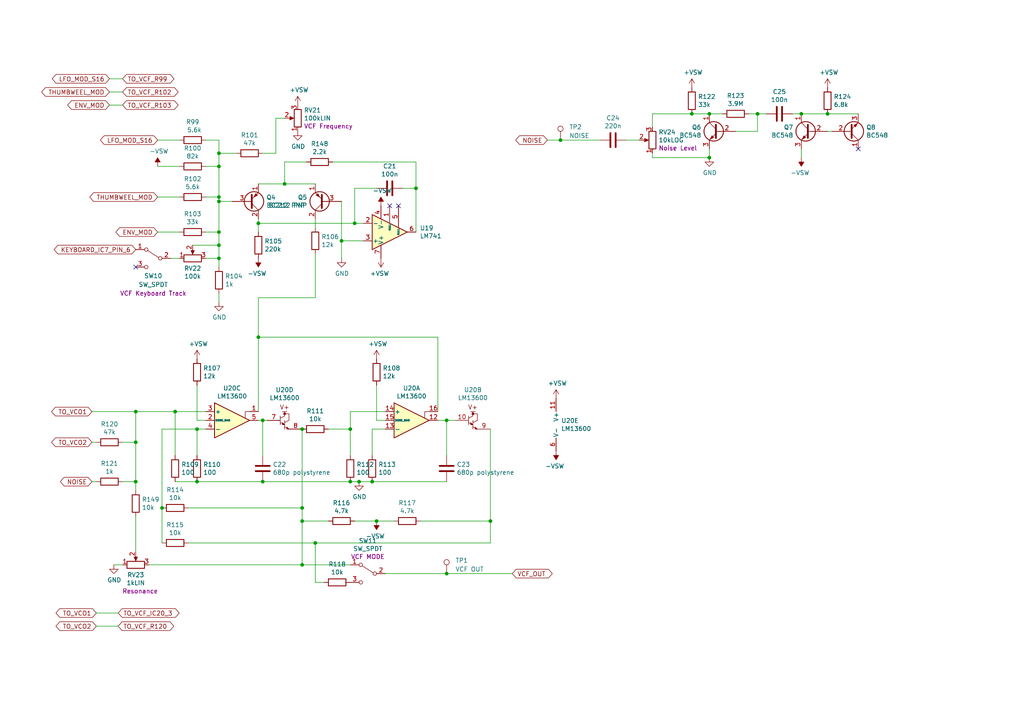
<source format=kicad_sch>
(kicad_sch (version 20230121) (generator eeschema)
  (paper "A4")
  (lib_symbols
    (symbol "Amplifier_Operational:LM13600" (pin_names (offset 0.127))
      (property "Reference" "U" (at 3.81 5.08 0))
      (property "Value" "LM13600" (at 5.08 -5.08 0))
      (symbol "LM13600_1_1"
        (polyline (pts (xy 3.81 -0.635) (xy 3.81 -2.54) (xy 5.08 -2.54)))
        (polyline (pts (xy 5.08 0) (xy -5.08 -5.08) (xy -5.08 5.08) (xy 5.08 0)) (stroke (width 0.254)) (fill (type background)))
        (pin output line (at 7.62 0 180) (length 2.54) (name "~") (number "12"))
        (pin input line (at -7.62 2.54 0) (length 2.54) (name "-") (number "13"))
        (pin input line (at -7.62 -2.54 0) (length 2.54) (name "+") (number "14"))
        (pin input line (at -7.62 0 0) (length 2.54) (name "DIODE_BIAS") (number "15"))
        (pin input line (at 7.62 -2.54 180) (length 2.54) (name "~") (number "16"))
      )
      (symbol "LM13600_2_0"
        (polyline (pts (xy -1.905 2.54) (xy -3.175 2.54)))
      )
      (symbol "LM13600_2_1"
        (circle (center -2.54 1.905) (radius 0.254) (stroke (width 0.254)) (fill (type outline)))
        (polyline (pts (xy -3.81 -0.635) (xy -2.54 -1.27)))
        (polyline (pts (xy -3.81 1.27) (xy -3.81 -1.27)))
        (polyline (pts (xy -2.54 -1.905) (xy -1.27 -2.54)))
        (polyline (pts (xy -2.54 0) (xy -2.54 -2.54)))
        (polyline (pts (xy -3.81 0.635) (xy -2.54 1.27) (xy -2.54 1.905) (xy -2.54 2.54)))
        (polyline (pts (xy -2.54 -1.27) (xy -3.175 -0.635) (xy -3.175 -1.27) (xy -2.54 -1.27)) (fill (type outline)))
        (polyline (pts (xy -2.54 -0.635) (xy -1.27 0) (xy -1.27 1.905) (xy -2.54 1.905)))
        (polyline (pts (xy -1.27 -2.54) (xy -1.905 -1.905) (xy -1.905 -2.54) (xy -1.27 -2.54)) (fill (type outline)))
        (text "V+" (at -2.54 3.81 0) (effects (font (size 1.27 1.27))))
        (pin input line (at -7.62 0 0) (length 3.81) (name "~") (number "10"))
        (pin output line (at 2.54 -2.54 180) (length 3.81) (name "~") (number "9"))
      )
      (symbol "LM13600_3_1"
        (polyline (pts (xy 3.81 -0.635) (xy 3.81 -2.54) (xy 5.08 -2.54)))
        (polyline (pts (xy 5.08 0) (xy -5.08 -5.08) (xy -5.08 5.08) (xy 5.08 0)) (stroke (width 0.254)) (fill (type background)))
        (pin input line (at 7.62 -2.54 180) (length 2.54) (name "~") (number "1"))
        (pin input line (at -7.62 0 0) (length 2.54) (name "DIODE_BIAS") (number "2"))
        (pin input line (at -7.62 -2.54 0) (length 2.54) (name "+") (number "3"))
        (pin input line (at -7.62 2.54 0) (length 2.54) (name "-") (number "4"))
        (pin output line (at 7.62 0 180) (length 2.54) (name "~") (number "5"))
      )
      (symbol "LM13600_4_0"
        (polyline (pts (xy -3.175 2.54) (xy -1.905 2.54)))
        (text "V+" (at -2.54 3.81 0) (effects (font (size 1.27 1.27))))
      )
      (symbol "LM13600_4_1"
        (circle (center -2.54 1.905) (radius 0.254) (stroke (width 0.254)) (fill (type outline)))
        (polyline (pts (xy -3.81 -0.635) (xy -2.54 -1.27)))
        (polyline (pts (xy -3.81 1.27) (xy -3.81 -1.27)))
        (polyline (pts (xy -2.54 -1.905) (xy -1.27 -2.54)))
        (polyline (pts (xy -2.54 0) (xy -2.54 -2.54)))
        (polyline (pts (xy -3.81 0.635) (xy -2.54 1.27) (xy -2.54 2.54)))
        (polyline (pts (xy -2.54 -1.27) (xy -3.175 -0.635) (xy -3.175 -1.27) (xy -2.54 -1.27)) (fill (type outline)))
        (polyline (pts (xy -2.54 -0.635) (xy -1.27 0) (xy -1.27 1.905) (xy -2.54 1.905)))
        (polyline (pts (xy -1.27 -2.54) (xy -1.905 -1.905) (xy -1.905 -2.54) (xy -1.27 -2.54)) (fill (type outline)))
        (pin input line (at -7.62 0 0) (length 3.81) (name "~") (number "7"))
        (pin output line (at 2.54 -2.54 180) (length 3.81) (name "~") (number "8"))
      )
      (symbol "LM13600_5_1"
        (pin power_in line (at -2.54 7.62 270) (length 3.81) (name "V+") (number "11"))
        (pin power_in line (at -2.54 -7.62 90) (length 3.81) (name "V-") (number "6"))
      )
    )
    (symbol "Amplifier_Operational:LM741" (pin_names (offset 0.127))
      (property "Reference" "U" (at 0 6.35 0))
      (property "Value" "LM741" (at 0 3.81 0))
      (symbol "LM741_0_1"
        (polyline (pts (xy -5.08 5.08) (xy 5.08 0) (xy -5.08 -5.08) (xy -5.08 5.08)) (stroke (width 0.254)) (fill (type background)))
      )
      (symbol "LM741_1_1"
        (pin input line (at 0 -7.62 90) (length 5.08) (name "NULL") (number "1"))
        (pin input line (at -7.62 -2.54 0) (length 2.54) (name "-") (number "2"))
        (pin input line (at -7.62 2.54 0) (length 2.54) (name "+") (number "3"))
        (pin power_in line (at -2.54 -7.62 90) (length 3.81) (name "V-") (number "4"))
        (pin input line (at 2.54 -7.62 90) (length 6.35) (name "NULL") (number "5"))
        (pin output line (at 7.62 0 180) (length 2.54) (name "~") (number "6"))
        (pin power_in line (at -2.54 7.62 270) (length 3.81) (name "V+") (number "7"))
        (pin no_connect line (at 0 2.54 270) (length 2.54) hide (name "NC") (number "8"))
      )
    )
    (symbol "Connector:TestPoint" (pin_numbers hide) (pin_names (offset 0.762) hide)
      (property "Reference" "TP" (at 0 6.858 0))
      (property "Value" "TestPoint" (at 0 5.08 0))
      (symbol "TestPoint_0_1"
        (circle (center 0 3.302) (radius 0.762))
      )
      (symbol "TestPoint_1_1"
        (pin passive line (at 0 0 90) (length 2.54) (name "1") (number "1"))
      )
    )
    (symbol "Device:C" (pin_numbers hide) (pin_names (offset 0.254))
      (property "Reference" "C" (at 0.635 2.54 0))
      (property "Value" "C" (at 0.635 -2.54 0))
      (symbol "C_0_1"
        (polyline (pts (xy -2.032 -0.762) (xy 2.032 -0.762)) (stroke (width 0.508)))
        (polyline (pts (xy -2.032 0.762) (xy 2.032 0.762)) (stroke (width 0.508)))
      )
      (symbol "C_1_1"
        (pin passive line (at 0 3.81 270) (length 2.794) (name "~") (number "1"))
        (pin passive line (at 0 -3.81 90) (length 2.794) (name "~") (number "2"))
      )
    )
    (symbol "Device:Q_PNP_ECB" (pin_names (offset 0) hide)
      (property "Reference" "Q" (at 5.08 1.27 0))
      (property "Value" "Q_PNP_ECB" (at 5.08 -1.27 0))
      (symbol "Q_PNP_ECB_0_1"
        (polyline (pts (xy 0.635 0.635) (xy 2.54 2.54)))
        (polyline (pts (xy 0.635 -0.635) (xy 2.54 -2.54) (xy 2.54 -2.54)))
        (polyline (pts (xy 0.635 1.905) (xy 0.635 -1.905) (xy 0.635 -1.905)) (stroke (width 0.508)))
        (polyline (pts (xy 2.286 -1.778) (xy 1.778 -2.286) (xy 1.27 -1.27) (xy 2.286 -1.778) (xy 2.286 -1.778)) (fill (type outline)))
        (circle (center 1.27 0) (radius 2.8194) (stroke (width 0.254)))
      )
      (symbol "Q_PNP_ECB_1_1"
        (pin passive line (at 2.54 -5.08 90) (length 2.54) (name "E") (number "1"))
        (pin passive line (at 2.54 5.08 270) (length 2.54) (name "C") (number "2"))
        (pin input line (at -5.08 0 0) (length 5.715) (name "B") (number "3"))
      )
    )
    (symbol "Device:R" (pin_numbers hide) (pin_names (offset 0))
      (property "Reference" "R" (at 2.032 0 90))
      (property "Value" "R" (at 0 0 90))
      (symbol "R_0_1"
        (rectangle (start -1.016 -2.54) (end 1.016 2.54) (stroke (width 0.254)))
      )
      (symbol "R_1_1"
        (pin passive line (at 0 3.81 270) (length 1.27) (name "~") (number "1"))
        (pin passive line (at 0 -3.81 90) (length 1.27) (name "~") (number "2"))
      )
    )
    (symbol "Device:R_Potentiometer" (pin_names (offset 1.016) hide)
      (property "Reference" "RV" (at -4.445 0 90))
      (property "Value" "R_Potentiometer" (at -2.54 0 90))
      (symbol "R_Potentiometer_0_1"
        (polyline (pts (xy 2.54 0) (xy 1.524 0)))
        (polyline (pts (xy 1.143 0) (xy 2.286 0.508) (xy 2.286 -0.508) (xy 1.143 0)) (fill (type outline)))
        (rectangle (start 1.016 2.54) (end -1.016 -2.54) (stroke (width 0.254)))
      )
      (symbol "R_Potentiometer_1_1"
        (pin passive line (at 0 3.81 270) (length 1.27) (name "1") (number "1"))
        (pin passive line (at 3.81 0 180) (length 1.27) (name "2") (number "2"))
        (pin passive line (at 0 -3.81 90) (length 1.27) (name "3") (number "3"))
      )
    )
    (symbol "Switch:SW_SPDT" (pin_names (offset 0) hide)
      (property "Reference" "SW" (at 0 4.318 0))
      (property "Value" "SW_SPDT" (at 0 -5.08 0))
      (symbol "SW_SPDT_0_0"
        (circle (center -2.032 0) (radius 0.508))
        (circle (center 2.032 -2.54) (radius 0.508))
      )
      (symbol "SW_SPDT_0_1"
        (polyline (pts (xy -1.524 0.254) (xy 1.651 2.286)))
        (circle (center 2.032 2.54) (radius 0.508))
      )
      (symbol "SW_SPDT_1_1"
        (pin passive line (at 5.08 2.54 180) (length 2.54) (name "A") (number "1"))
        (pin passive line (at -5.08 0 0) (length 2.54) (name "B") (number "2"))
        (pin passive line (at 5.08 -2.54 180) (length 2.54) (name "C") (number "3"))
      )
    )
    (symbol "Transistor_BJT:BC548" (pin_names (offset 0) hide)
      (property "Reference" "Q" (at 5.08 1.905 0))
      (property "Value" "BC548" (at 5.08 0 0))
      (symbol "BC548_0_1"
        (polyline (pts (xy 0 0) (xy 0.635 0)))
        (polyline (pts (xy 0.635 0.635) (xy 2.54 2.54)))
        (polyline (pts (xy 0.635 -0.635) (xy 2.54 -2.54) (xy 2.54 -2.54)))
        (polyline (pts (xy 0.635 1.905) (xy 0.635 -1.905) (xy 0.635 -1.905)) (stroke (width 0.508)))
        (polyline (pts (xy 1.27 -1.778) (xy 1.778 -1.27) (xy 2.286 -2.286) (xy 1.27 -1.778) (xy 1.27 -1.778)) (fill (type outline)))
        (circle (center 1.27 0) (radius 2.8194) (stroke (width 0.254)))
      )
      (symbol "BC548_1_1"
        (pin passive line (at 2.54 5.08 270) (length 2.54) (name "C") (number "1"))
        (pin input line (at -5.08 0 0) (length 5.08) (name "B") (number "2"))
        (pin passive line (at 2.54 -5.08 90) (length 2.54) (name "E") (number "3"))
      )
    )
    (symbol "power:+VSW" (power) (pin_names (offset 0))
      (property "Value" "+VSW" (at 0 3.556 0))
      (symbol "+VSW_0_1"
        (polyline (pts (xy -0.762 1.27) (xy 0 2.54)))
        (polyline (pts (xy 0 0) (xy 0 2.54)))
        (polyline (pts (xy 0 2.54) (xy 0.762 1.27)))
      )
      (symbol "+VSW_1_1"
        (pin power_in line (at 0 0 90) (length 0) hide (name "+VSW") (number "1"))
      )
    )
    (symbol "power:-VSW" (power) (pin_names (offset 0))
      (property "Value" "-VSW" (at 0 3.81 0))
      (symbol "-VSW_0_0"
        (pin power_in line (at 0 0 90) (length 0) hide (name "-VSW") (number "1"))
      )
      (symbol "-VSW_0_1"
        (polyline (pts (xy 0 0) (xy 0 1.27) (xy 0.762 1.27) (xy 0 2.54) (xy -0.762 1.27) (xy 0 1.27)) (fill (type outline)))
      )
    )
    (symbol "power:GND" (power) (pin_names (offset 0))
      (property "Value" "GND" (at 0 -3.81 0))
      (symbol "GND_0_1"
        (polyline (pts (xy 0 0) (xy 0 -1.27) (xy 1.27 -1.27) (xy 0 -2.54) (xy -1.27 -1.27) (xy 0 -1.27)))
      )
      (symbol "GND_1_1"
        (pin power_in line (at 0 0 270) (length 0) hide (name "GND") (number "1"))
      )
    )
  )
  (junction (at 63.5 74.93))
  (junction (at 74.93 64.77))
  (junction (at 63.5 58.42))
  (junction (at 87.63 147.32))
  (junction (at 102.87 64.77))
  (junction (at 39.37 128.27))
  (junction (at 142.24 151.13))
  (junction (at 76.2 139.7))
  (junction (at 205.74 33.02))
  (junction (at 39.37 139.7))
  (junction (at 232.41 33.02))
  (junction (at 57.15 124.46))
  (junction (at 63.5 57.15))
  (junction (at 87.63 151.13))
  (junction (at 63.5 44.45))
  (junction (at 39.37 119.38))
  (junction (at 76.2 121.92))
  (junction (at 109.22 151.13))
  (junction (at 162.56 40.64))
  (junction (at 107.95 139.7))
  (junction (at 101.6 139.7))
  (junction (at 50.8 119.38))
  (junction (at 99.06 69.85))
  (junction (at 87.63 124.46))
  (junction (at 205.74 45.72))
  (junction (at 74.93 97.79))
  (junction (at 63.5 71.12))
  (junction (at 101.6 124.46))
  (junction (at 63.5 67.31))
  (junction (at 87.63 163.83))
  (junction (at 57.15 139.7))
  (junction (at 240.03 33.02))
  (junction (at 200.66 33.02))
  (junction (at 219.71 33.02))
  (junction (at 82.55 53.34))
  (junction (at 46.99 147.32))
  (junction (at 129.54 121.92))
  (junction (at 63.5 48.26))
  (junction (at 120.65 54.61))
  (junction (at 129.54 166.37))
  (junction (at 91.44 157.48))
  (junction (at 104.14 139.7))
  (no_connect (at 113.03 59.69))
  (no_connect (at 39.37 77.47))
  (no_connect (at 248.92 43.18))
  (no_connect (at 115.57 59.69))
  (wire (pts (xy 209.55 33.02) (xy 205.74 33.02)))
  (wire (pts (xy 77.47 121.92) (xy 76.2 121.92)))
  (wire (pts (xy 129.54 166.37) (xy 111.76 166.37)))
  (wire (pts (xy 189.23 33.02) (xy 200.66 33.02)))
  (wire (pts (xy 219.71 38.1) (xy 219.71 33.02)))
  (wire (pts (xy 91.44 157.48) (xy 142.24 157.48)))
  (wire (pts (xy 232.41 45.72) (xy 232.41 43.18)))
  (wire (pts (xy 46.99 147.32) (xy 46.99 157.48)))
  (wire (pts (xy 54.61 157.48) (xy 91.44 157.48)))
  (wire (pts (xy 57.15 139.7) (xy 76.2 139.7)))
  (wire (pts (xy 101.6 163.83) (xy 87.63 163.83)))
  (wire (pts (xy 109.22 151.13) (xy 102.87 151.13)))
  (wire (pts (xy 80.01 34.29) (xy 80.01 44.45)))
  (wire (pts (xy 114.3 151.13) (xy 109.22 151.13)))
  (wire (pts (xy 87.63 163.83) (xy 87.63 151.13)))
  (wire (pts (xy 222.25 33.02) (xy 219.71 33.02)))
  (wire (pts (xy 189.23 36.83) (xy 189.23 33.02)))
  (wire (pts (xy 63.5 44.45) (xy 63.5 48.26)))
  (wire (pts (xy 59.69 48.26) (xy 63.5 48.26)))
  (wire (pts (xy 111.76 119.38) (xy 101.6 119.38)))
  (wire (pts (xy 63.5 57.15) (xy 63.5 58.42)))
  (wire (pts (xy 35.56 163.83) (xy 33.02 163.83)))
  (wire (pts (xy 46.99 124.46) (xy 57.15 124.46)))
  (wire (pts (xy 74.93 67.31) (xy 74.93 64.77)))
  (wire (pts (xy 148.59 166.37) (xy 129.54 166.37)))
  (wire (pts (xy 74.93 86.36) (xy 91.44 86.36)))
  (wire (pts (xy 232.41 33.02) (xy 229.87 33.02)))
  (wire (pts (xy 80.01 44.45) (xy 76.2 44.45)))
  (wire (pts (xy 82.55 53.34) (xy 82.55 46.99)))
  (wire (pts (xy 91.44 86.36) (xy 91.44 73.66)))
  (wire (pts (xy 120.65 54.61) (xy 120.65 46.99)))
  (wire (pts (xy 39.37 160.02) (xy 39.37 149.86)))
  (wire (pts (xy 205.74 43.18) (xy 205.74 45.72)))
  (wire (pts (xy 127 119.38) (xy 127 97.79)))
  (wire (pts (xy 52.07 57.15) (xy 45.72 57.15)))
  (wire (pts (xy 121.92 151.13) (xy 142.24 151.13)))
  (wire (pts (xy 120.65 46.99) (xy 96.52 46.99)))
  (wire (pts (xy 50.8 132.08) (xy 50.8 119.38)))
  (wire (pts (xy 129.54 139.7) (xy 107.95 139.7)))
  (wire (pts (xy 63.5 71.12) (xy 63.5 74.93)))
  (wire (pts (xy 107.95 132.08) (xy 107.95 124.46)))
  (wire (pts (xy 104.14 139.7) (xy 107.95 139.7)))
  (wire (pts (xy 101.6 139.7) (xy 104.14 139.7)))
  (wire (pts (xy 76.2 121.92) (xy 74.93 121.92)))
  (wire (pts (xy 35.56 30.48) (xy 31.75 30.48)))
  (wire (pts (xy 101.6 124.46) (xy 95.25 124.46)))
  (wire (pts (xy 205.74 33.02) (xy 200.66 33.02)))
  (wire (pts (xy 63.5 87.63) (xy 63.5 85.09)))
  (wire (pts (xy 95.25 151.13) (xy 87.63 151.13)))
  (wire (pts (xy 102.87 64.77) (xy 105.41 64.77)))
  (wire (pts (xy 54.61 147.32) (xy 87.63 147.32)))
  (wire (pts (xy 63.5 67.31) (xy 63.5 71.12)))
  (wire (pts (xy 67.31 58.42) (xy 63.5 58.42)))
  (wire (pts (xy 50.8 119.38) (xy 59.69 119.38)))
  (wire (pts (xy 57.15 111.76) (xy 57.15 121.92)))
  (wire (pts (xy 49.53 74.93) (xy 52.07 74.93)))
  (wire (pts (xy 82.55 53.34) (xy 74.93 53.34)))
  (wire (pts (xy 213.36 38.1) (xy 219.71 38.1)))
  (wire (pts (xy 34.29 181.61) (xy 27.94 181.61)))
  (wire (pts (xy 63.5 40.64) (xy 63.5 44.45)))
  (wire (pts (xy 57.15 121.92) (xy 59.69 121.92)))
  (wire (pts (xy 35.56 22.86) (xy 31.75 22.86)))
  (wire (pts (xy 99.06 69.85) (xy 105.41 69.85)))
  (wire (pts (xy 35.56 26.67) (xy 31.75 26.67)))
  (wire (pts (xy 74.93 119.38) (xy 74.93 97.79)))
  (wire (pts (xy 27.94 128.27) (xy 26.67 128.27)))
  (wire (pts (xy 99.06 58.42) (xy 99.06 69.85)))
  (wire (pts (xy 248.92 33.02) (xy 240.03 33.02)))
  (wire (pts (xy 74.93 64.77) (xy 102.87 64.77)))
  (wire (pts (xy 63.5 58.42) (xy 63.5 67.31)))
  (wire (pts (xy 91.44 66.04) (xy 91.44 63.5)))
  (wire (pts (xy 109.22 121.92) (xy 111.76 121.92)))
  (wire (pts (xy 26.67 139.7) (xy 27.94 139.7)))
  (wire (pts (xy 63.5 74.93) (xy 63.5 77.47)))
  (wire (pts (xy 120.65 67.31) (xy 120.65 54.61)))
  (wire (pts (xy 45.72 40.64) (xy 52.07 40.64)))
  (wire (pts (xy 59.69 57.15) (xy 63.5 57.15)))
  (wire (pts (xy 39.37 139.7) (xy 39.37 128.27)))
  (wire (pts (xy 240.03 33.02) (xy 232.41 33.02)))
  (wire (pts (xy 185.42 40.64) (xy 181.61 40.64)))
  (wire (pts (xy 50.8 139.7) (xy 57.15 139.7)))
  (wire (pts (xy 26.67 119.38) (xy 39.37 119.38)))
  (wire (pts (xy 57.15 132.08) (xy 57.15 124.46)))
  (wire (pts (xy 82.55 34.29) (xy 80.01 34.29)))
  (wire (pts (xy 59.69 74.93) (xy 63.5 74.93)))
  (wire (pts (xy 76.2 139.7) (xy 101.6 139.7)))
  (wire (pts (xy 107.95 124.46) (xy 111.76 124.46)))
  (wire (pts (xy 39.37 142.24) (xy 39.37 139.7)))
  (wire (pts (xy 205.74 45.72) (xy 189.23 45.72)))
  (wire (pts (xy 87.63 147.32) (xy 87.63 124.46)))
  (wire (pts (xy 93.98 168.91) (xy 91.44 168.91)))
  (wire (pts (xy 116.84 54.61) (xy 120.65 54.61)))
  (wire (pts (xy 63.5 48.26) (xy 63.5 57.15)))
  (wire (pts (xy 34.29 177.8) (xy 27.94 177.8)))
  (wire (pts (xy 74.93 64.77) (xy 74.93 63.5)))
  (wire (pts (xy 74.93 97.79) (xy 74.93 86.36)))
  (wire (pts (xy 241.3 38.1) (xy 240.03 38.1)))
  (wire (pts (xy 101.6 119.38) (xy 101.6 124.46)))
  (wire (pts (xy 189.23 45.72) (xy 189.23 44.45)))
  (wire (pts (xy 43.18 163.83) (xy 87.63 163.83)))
  (wire (pts (xy 109.22 54.61) (xy 102.87 54.61)))
  (wire (pts (xy 68.58 44.45) (xy 63.5 44.45)))
  (wire (pts (xy 142.24 157.48) (xy 142.24 151.13)))
  (wire (pts (xy 142.24 151.13) (xy 142.24 124.46)))
  (wire (pts (xy 109.22 111.76) (xy 109.22 121.92)))
  (wire (pts (xy 59.69 40.64) (xy 63.5 40.64)))
  (wire (pts (xy 35.56 139.7) (xy 39.37 139.7)))
  (wire (pts (xy 46.99 147.32) (xy 46.99 124.46)))
  (wire (pts (xy 52.07 67.31) (xy 45.72 67.31)))
  (wire (pts (xy 99.06 74.93) (xy 99.06 69.85)))
  (wire (pts (xy 173.99 40.64) (xy 162.56 40.64)))
  (wire (pts (xy 101.6 132.08) (xy 101.6 124.46)))
  (wire (pts (xy 82.55 46.99) (xy 88.9 46.99)))
  (wire (pts (xy 132.08 121.92) (xy 129.54 121.92)))
  (wire (pts (xy 91.44 53.34) (xy 82.55 53.34)))
  (wire (pts (xy 76.2 132.08) (xy 76.2 121.92)))
  (wire (pts (xy 63.5 67.31) (xy 59.69 67.31)))
  (wire (pts (xy 35.56 128.27) (xy 39.37 128.27)))
  (wire (pts (xy 39.37 128.27) (xy 39.37 119.38)))
  (wire (pts (xy 129.54 121.92) (xy 127 121.92)))
  (wire (pts (xy 57.15 124.46) (xy 59.69 124.46)))
  (wire (pts (xy 91.44 168.91) (xy 91.44 157.48)))
  (wire (pts (xy 219.71 33.02) (xy 217.17 33.02)))
  (wire (pts (xy 127 97.79) (xy 74.93 97.79)))
  (wire (pts (xy 87.63 151.13) (xy 87.63 147.32)))
  (wire (pts (xy 45.72 48.26) (xy 52.07 48.26)))
  (wire (pts (xy 129.54 132.08) (xy 129.54 121.92)))
  (wire (pts (xy 39.37 119.38) (xy 50.8 119.38)))
  (wire (pts (xy 102.87 54.61) (xy 102.87 64.77)))
  (wire (pts (xy 55.88 71.12) (xy 63.5 71.12)))
  (wire (pts (xy 162.56 40.64) (xy 158.75 40.64)))
  (global_label "TO_VCF_R99" (shape bidirectional) (at 35.56 22.86 0) (property "Intersheetrefs" "${INTERSHEET_REFS}" (effects hide)))
  (global_label "TO_VCO1" (shape bidirectional) (at 27.94 177.8 180) (property "Intersheetrefs" "${INTERSHEET_REFS}" (effects hide)))
  (global_label "TO_VCF_IC20_3" (shape bidirectional) (at 34.29 177.8 0) (property "Intersheetrefs" "${INTERSHEET_REFS}" (effects hide)))
  (global_label "TO_VCO2" (shape bidirectional) (at 27.94 181.61 180) (property "Intersheetrefs" "${INTERSHEET_REFS}" (effects hide)))
  (global_label "ENV_MOD" (shape bidirectional) (at 31.75 30.48 180) (property "Intersheetrefs" "${INTERSHEET_REFS}" (effects hide)))
  (global_label "TO_VCO1" (shape bidirectional) (at 26.67 119.38 180) (property "Intersheetrefs" "${INTERSHEET_REFS}" (effects hide)))
  (global_label "TO_VCF_R120" (shape bidirectional) (at 34.29 181.61 0) (property "Intersheetrefs" "${INTERSHEET_REFS}" (effects hide)))
  (global_label "LFO_MOD_S16" (shape bidirectional) (at 45.72 40.64 180) (property "Intersheetrefs" "${INTERSHEET_REFS}" (effects hide)))
  (global_label "THUMBWEEL_MOD" (shape bidirectional) (at 45.72 57.15 180) (property "Intersheetrefs" "${INTERSHEET_REFS}" (effects hide)))
  (global_label "KEYBOARD_IC7_PIN_6" (shape bidirectional) (at 39.37 72.39 180) (property "Intersheetrefs" "${INTERSHEET_REFS}" (effects hide)))
  (global_label "ENV_MOD" (shape bidirectional) (at 45.72 67.31 180) (property "Intersheetrefs" "${INTERSHEET_REFS}" (effects hide)))
  (global_label "LFO_MOD_S16" (shape bidirectional) (at 31.75 22.86 180) (property "Intersheetrefs" "${INTERSHEET_REFS}" (effects hide)))
  (global_label "TO_VCO2" (shape bidirectional) (at 26.67 128.27 180) (property "Intersheetrefs" "${INTERSHEET_REFS}" (effects hide)))
  (global_label "NOISE" (shape bidirectional) (at 158.75 40.64 180) (property "Intersheetrefs" "${INTERSHEET_REFS}" (effects hide)))
  (global_label "THUMBWEEL_MOD" (shape bidirectional) (at 31.75 26.67 180) (property "Intersheetrefs" "${INTERSHEET_REFS}" (effects hide)))
  (global_label "VCF_OUT" (shape bidirectional) (at 148.59 166.37 0) (property "Intersheetrefs" "${INTERSHEET_REFS}" (effects hide)))
  (global_label "NOISE" (shape bidirectional) (at 26.67 139.7 180) (property "Intersheetrefs" "${INTERSHEET_REFS}" (effects hide)))
  (global_label "TO_VCF_R102" (shape bidirectional) (at 35.56 26.67 0) (property "Intersheetrefs" "${INTERSHEET_REFS}" (effects hide)))
  (global_label "TO_VCF_R103" (shape bidirectional) (at 35.56 30.48 0) (property "Intersheetrefs" "${INTERSHEET_REFS}" (effects hide)))
  (symbol (lib_id "Device:R") (at 55.88 40.64 270) (unit 1)
    (property "Reference" "R99" (at 55.88 35.3822 90))
    (property "Value" " 5.6k" (at 55.88 37.6936 90))
    (property "Footprint" "Resistor_THT:R_Axial_DIN0207_L6.3mm_D2.5mm_P10.16mm_Horizontal" (effects hide))
  )
  (symbol (lib_id "Device:R") (at 55.88 48.26 270) (unit 1)
    (property "Reference" "R100" (at 55.88 43.0022 90))
    (property "Value" "82k" (at 55.88 45.3136 90))
    (property "Footprint" "Resistor_THT:R_Axial_DIN0207_L6.3mm_D2.5mm_P10.16mm_Horizontal" (effects hide))
  )
  (symbol (lib_id "Device:R") (at 55.88 57.15 270) (unit 1)
    (property "Reference" "R102" (at 55.88 51.8922 90))
    (property "Value" "5.6k" (at 55.88 54.2036 90))
    (property "Footprint" "Resistor_THT:R_Axial_DIN0207_L6.3mm_D2.5mm_P10.16mm_Horizontal" (effects hide))
  )
  (symbol (lib_id "Device:R") (at 55.88 67.31 270) (unit 1)
    (property "Reference" "R103" (at 55.88 62.0522 90))
    (property "Value" "33k" (at 55.88 64.3636 90))
    (property "Footprint" "Resistor_THT:R_Axial_DIN0207_L6.3mm_D2.5mm_P10.16mm_Horizontal" (effects hide))
  )
  (symbol (lib_id "Device:R") (at 63.5 81.28 180) (unit 1)
    (property "Reference" "R104" (at 65.278 80.1116 0) (effects (justify right)))
    (property "Value" "1k" (at 65.278 82.423 0) (effects (justify right)))
    (property "Footprint" "Resistor_THT:R_Axial_DIN0207_L6.3mm_D2.5mm_P10.16mm_Horizontal" (effects hide))
  )
  (symbol (lib_id "Device:R") (at 72.39 44.45 270) (unit 1)
    (property "Reference" "R101" (at 72.39 39.1922 90))
    (property "Value" "47k" (at 72.39 41.5036 90))
    (property "Footprint" "Resistor_THT:R_Axial_DIN0207_L6.3mm_D2.5mm_P10.16mm_Horizontal" (effects hide))
  )
  (symbol (lib_id "Device:R") (at 92.71 46.99 270) (unit 1)
    (property "Reference" "R148" (at 92.71 41.7322 90))
    (property "Value" "2.2k" (at 92.71 44.0436 90))
    (property "Footprint" "Resistor_THT:R_Axial_DIN0207_L6.3mm_D2.5mm_P10.16mm_Horizontal" (effects hide))
  )
  (symbol (lib_id "Device:R") (at 74.93 71.12 180) (unit 1)
    (property "Reference" "R105" (at 76.708 69.9516 0) (effects (justify right)))
    (property "Value" "220k" (at 76.708 72.263 0) (effects (justify right)))
    (property "Footprint" "Resistor_THT:R_Axial_DIN0207_L6.3mm_D2.5mm_P10.16mm_Horizontal" (effects hide))
  )
  (symbol (lib_id "Device:Q_PNP_ECB") (at 72.39 58.42 0) (mirror x) (unit 1)
    (property "Reference" "Q4" (at 77.2414 57.2516 0) (effects (justify left)))
    (property "Value" "BC212 PNP" (at 77.2414 59.563 0) (effects (justify left)))
    (property "Footprint" "Package_TO_SOT_THT:TO-92L_Inline_Wide" (effects hide))
  )
  (symbol (lib_id "Device:Q_PNP_ECB") (at 93.98 58.42 180) (unit 1)
    (property "Reference" "Q5" (at 89.1286 57.2516 0) (effects (justify left)))
    (property "Value" "BC212 PNP" (at 89.1286 59.563 0) (effects (justify left)))
    (property "Footprint" "Package_TO_SOT_THT:TO-92L_Inline_Wide" (effects hide))
  )
  (symbol (lib_id "Device:R") (at 91.44 69.85 180) (unit 1)
    (property "Reference" "R106" (at 93.218 68.6816 0) (effects (justify right)))
    (property "Value" "12k" (at 93.218 70.993 0) (effects (justify right)))
    (property "Footprint" "Resistor_THT:R_Axial_DIN0207_L6.3mm_D2.5mm_P10.16mm_Horizontal" (effects hide))
  )
  (symbol (lib_id "Amplifier_Operational:LM741") (at 113.03 67.31 0) (mirror x) (unit 1)
    (property "Reference" "U19" (at 121.7676 66.1416 0) (effects (justify left)))
    (property "Value" "LM741" (at 121.7676 68.453 0) (effects (justify left)))
    (property "Footprint" "Package_DIP:DIP-8_W7.62mm_LongPads" (effects hide))
    (property "Datasheet" "http://www.ti.com/lit/ds/symlink/lm741.pdf" (effects hide))
  )
  (symbol (lib_id "Device:C") (at 113.03 54.61 270) (unit 1)
    (property "Reference" "C21" (at 113.03 48.2092 90))
    (property "Value" "100n" (at 113.03 50.5206 90))
    (property "Footprint" "Capacitor_THT:C_Rect_L7.2mm_W2.5mm_P5.00mm_FKS2_FKP2_MKS2_MKP2" (effects hide))
  )
  (symbol (lib_id "power:GND") (at 63.5 87.63 0) (unit 1)
    (property "Reference" "#PWR0104" (effects hide))
    (property "Value" "GND" (at 63.627 92.0242 0))
  )
  (symbol (lib_id "power:GND") (at 99.06 74.93 0) (unit 1)
    (property "Reference" "#PWR0105" (effects hide))
    (property "Value" "GND" (at 99.187 79.3242 0))
  )
  (symbol (lib_id "Device:R_Potentiometer") (at 55.88 74.93 90) (unit 1)
    (property "Reference" "RV22" (at 55.88 77.851 90))
    (property "Value" "100k" (at 55.88 80.1624 90))
    (property "Footprint" "Potentiometer_THT:Potentiometer_Bourns_3296W_Vertical" (effects hide))
  )
  (symbol (lib_id "Switch:SW_SPDT") (at 44.45 74.93 0) (mirror y) (unit 1)
    (property "Reference" "SW10" (at 44.45 80.01 0))
    (property "Value" "SW_SPDT" (at 44.45 82.55 0))
    (property "Footprint" "microsynth:11-SS-22-701C" (effects hide))
    (property "Label" "VCF Keyboard Track" (at 44.45 85.09 0))
  )
  (symbol (lib_id "power:-VSW") (at 45.72 48.26 0) (unit 1)
    (property "Reference" "#PWR0106" (effects hide))
    (property "Value" "-VSW" (at 46.101 43.8658 0))
  )
  (symbol (lib_id "Device:R_Potentiometer") (at 86.36 34.29 180) (unit 1)
    (property "Reference" "RV21" (at 88.138 31.9786 0) (effects (justify right)))
    (property "Value" "100kLIN" (at 88.138 34.29 0) (effects (justify right)))
    (property "Footprint" "microsynth:Pot_16mm_NoDet_RV16AF-4A" (effects hide))
    (property "Label" "VCF Frequency" (at 88.138 36.6014 0) (effects (justify right)))
  )
  (symbol (lib_id "power:GND") (at 86.36 38.1 0) (unit 1)
    (property "Reference" "#PWR0107" (effects hide))
    (property "Value" "GND" (at 86.487 42.4942 0))
  )
  (symbol (lib_id "power:+VSW") (at 86.36 30.48 0) (unit 1)
    (property "Reference" "#PWR0108" (effects hide))
    (property "Value" "+VSW" (at 86.741 26.0858 0))
  )
  (symbol (lib_id "Amplifier_Operational:LM13600") (at 119.38 121.92 0) (mirror x) (unit 1)
    (property "Reference" "U20" (at 119.38 112.5982 0))
    (property "Value" "LM13600" (at 119.38 114.9096 0))
    (property "Footprint" "Package_DIP:DIP-16_W7.62mm_LongPads" (effects hide))
    (property "Datasheet" "http://pdf.datasheetcatalog.com/datasheet/nationalsemiconductor/DS007980.PDF" (effects hide))
  )
  (symbol (lib_id "Amplifier_Operational:LM13600") (at 67.31 121.92 0) (mirror x) (unit 3)
    (property "Reference" "U20" (at 67.31 112.5982 0))
    (property "Value" "LM13600" (at 67.31 114.9096 0))
    (property "Footprint" "Package_DIP:DIP-16_W7.62mm_LongPads" (effects hide))
    (property "Datasheet" "http://pdf.datasheetcatalog.com/datasheet/nationalsemiconductor/DS007980.PDF" (effects hide))
  )
  (symbol (lib_id "Amplifier_Operational:LM13600") (at 139.7 121.92 0) (unit 2)
    (property "Reference" "U20" (at 137.16 113.0808 0))
    (property "Value" "LM13600" (at 137.16 115.3922 0))
    (property "Footprint" "Package_DIP:DIP-16_W7.62mm_LongPads" (effects hide))
    (property "Datasheet" "http://pdf.datasheetcatalog.com/datasheet/nationalsemiconductor/DS007980.PDF" (effects hide))
  )
  (symbol (lib_id "Amplifier_Operational:LM13600") (at 85.09 121.92 0) (unit 4)
    (property "Reference" "U20" (at 82.55 113.0808 0))
    (property "Value" "LM13600" (at 82.55 115.3922 0))
    (property "Footprint" "Package_DIP:DIP-16_W7.62mm_LongPads" (effects hide))
    (property "Datasheet" "http://pdf.datasheetcatalog.com/datasheet/nationalsemiconductor/DS007980.PDF" (effects hide))
  )
  (symbol (lib_id "Amplifier_Operational:LM13600") (at 163.83 123.19 0) (unit 5)
    (property "Reference" "U20" (at 162.7632 122.0216 0) (effects (justify left)))
    (property "Value" "LM13600" (at 162.7632 124.333 0) (effects (justify left)))
    (property "Footprint" "Package_DIP:DIP-16_W7.62mm_LongPads" (effects hide))
    (property "Datasheet" "http://pdf.datasheetcatalog.com/datasheet/nationalsemiconductor/DS007980.PDF" (effects hide))
  )
  (symbol (lib_id "power:+VSW") (at 161.29 115.57 0) (unit 1)
    (property "Reference" "#PWR0109" (effects hide))
    (property "Value" "+VSW" (at 161.671 111.1758 0))
  )
  (symbol (lib_id "power:-VSW") (at 161.29 130.81 180) (unit 1)
    (property "Reference" "#PWR0110" (effects hide))
    (property "Value" "-VSW" (at 160.909 135.2042 0))
  )
  (symbol (lib_id "Device:R") (at 57.15 107.95 0) (unit 1)
    (property "Reference" "R107" (at 58.928 106.7816 0) (effects (justify left)))
    (property "Value" "12k" (at 58.928 109.093 0) (effects (justify left)))
    (property "Footprint" "Resistor_THT:R_Axial_DIN0207_L6.3mm_D2.5mm_P10.16mm_Horizontal" (effects hide))
  )
  (symbol (lib_id "power:+VSW") (at 57.15 104.14 0) (unit 1)
    (property "Reference" "#PWR0111" (effects hide))
    (property "Value" "+VSW" (at 57.531 99.7458 0))
  )
  (symbol (lib_id "Device:R") (at 109.22 107.95 0) (unit 1)
    (property "Reference" "R108" (at 110.998 106.7816 0) (effects (justify left)))
    (property "Value" "12k" (at 110.998 109.093 0) (effects (justify left)))
    (property "Footprint" "Resistor_THT:R_Axial_DIN0207_L6.3mm_D2.5mm_P10.16mm_Horizontal" (effects hide))
  )
  (symbol (lib_id "power:+VSW") (at 109.22 104.14 0) (unit 1)
    (property "Reference" "#PWR0112" (effects hide))
    (property "Value" "+VSW" (at 109.601 99.7458 0))
  )
  (symbol (lib_id "Device:R") (at 91.44 124.46 270) (unit 1)
    (property "Reference" "R111" (at 91.44 119.2022 90))
    (property "Value" "10k" (at 91.44 121.5136 90))
    (property "Footprint" "Resistor_THT:R_Axial_DIN0207_L6.3mm_D2.5mm_P10.16mm_Horizontal" (effects hide))
  )
  (symbol (lib_id "Device:R") (at 50.8 135.89 0) (unit 1)
    (property "Reference" "R109" (at 52.578 134.7216 0) (effects (justify left)))
    (property "Value" "100" (at 52.578 137.033 0) (effects (justify left)))
    (property "Footprint" "Resistor_THT:R_Axial_DIN0207_L6.3mm_D2.5mm_P10.16mm_Horizontal" (effects hide))
  )
  (symbol (lib_id "Device:R") (at 57.15 135.89 0) (unit 1)
    (property "Reference" "R110" (at 58.928 134.7216 0) (effects (justify left)))
    (property "Value" "100" (at 58.928 137.033 0) (effects (justify left)))
    (property "Footprint" "Resistor_THT:R_Axial_DIN0207_L6.3mm_D2.5mm_P10.16mm_Horizontal" (effects hide))
  )
  (symbol (lib_id "Device:R") (at 101.6 135.89 0) (unit 1)
    (property "Reference" "R112" (at 103.378 134.7216 0) (effects (justify left)))
    (property "Value" "100" (at 103.378 137.033 0) (effects (justify left)))
    (property "Footprint" "Resistor_THT:R_Axial_DIN0207_L6.3mm_D2.5mm_P10.16mm_Horizontal" (effects hide))
  )
  (symbol (lib_id "Device:R") (at 107.95 135.89 0) (unit 1)
    (property "Reference" "R113" (at 109.728 134.7216 0) (effects (justify left)))
    (property "Value" "100" (at 109.728 137.033 0) (effects (justify left)))
    (property "Footprint" "Resistor_THT:R_Axial_DIN0207_L6.3mm_D2.5mm_P10.16mm_Horizontal" (effects hide))
  )
  (symbol (lib_id "Device:C") (at 76.2 135.89 0) (unit 1)
    (property "Reference" "C22" (at 79.121 134.7216 0) (effects (justify left)))
    (property "Value" "680p polystyrene" (at 79.121 137.033 0) (effects (justify left)))
    (property "Footprint" "Capacitor_THT:C_Axial_L12.0mm_D6.5mm_P15.00mm_Horizontal" (effects hide))
    (property "Datasheet" "https://uk.rs-online.com/web/p/polystyrene-film-capacitors/0116256/" (effects hide))
  )
  (symbol (lib_id "Device:C") (at 129.54 135.89 0) (unit 1)
    (property "Reference" "C23" (at 132.461 134.7216 0) (effects (justify left)))
    (property "Value" "680p polystyrene" (at 132.461 137.033 0) (effects (justify left)))
    (property "Footprint" "Capacitor_THT:C_Axial_L12.0mm_D6.5mm_P15.00mm_Horizontal" (effects hide))
    (property "Datasheet" "https://uk.rs-online.com/web/p/polystyrene-film-capacitors/0116256/" (effects hide))
  )
  (symbol (lib_id "Device:R") (at 50.8 147.32 270) (unit 1)
    (property "Reference" "R114" (at 50.8 142.0622 90))
    (property "Value" "10k" (at 50.8 144.3736 90))
    (property "Footprint" "Resistor_THT:R_Axial_DIN0207_L6.3mm_D2.5mm_P10.16mm_Horizontal" (effects hide))
  )
  (symbol (lib_id "Device:R") (at 50.8 157.48 270) (unit 1)
    (property "Reference" "R115" (at 50.8 152.2222 90))
    (property "Value" "10k" (at 50.8 154.5336 90))
    (property "Footprint" "Resistor_THT:R_Axial_DIN0207_L6.3mm_D2.5mm_P10.16mm_Horizontal" (effects hide))
  )
  (symbol (lib_id "power:GND") (at 104.14 139.7 0) (unit 1)
    (property "Reference" "#PWR0113" (effects hide))
    (property "Value" "GND" (at 104.267 144.0942 0))
  )
  (symbol (lib_id "Device:R") (at 99.06 151.13 270) (unit 1)
    (property "Reference" "R116" (at 99.06 145.8722 90))
    (property "Value" "4.7k" (at 99.06 148.1836 90))
    (property "Footprint" "Resistor_THT:R_Axial_DIN0207_L6.3mm_D2.5mm_P10.16mm_Horizontal" (effects hide))
  )
  (symbol (lib_id "Device:R") (at 118.11 151.13 270) (unit 1)
    (property "Reference" "R117" (at 118.11 145.8722 90))
    (property "Value" "4.7k" (at 118.11 148.1836 90))
    (property "Footprint" "Resistor_THT:R_Axial_DIN0207_L6.3mm_D2.5mm_P10.16mm_Horizontal" (effects hide))
  )
  (symbol (lib_id "Device:R") (at 31.75 128.27 270) (unit 1)
    (property "Reference" "R120" (at 31.75 123.0122 90))
    (property "Value" "47k" (at 31.75 125.3236 90))
    (property "Footprint" "Resistor_THT:R_Axial_DIN0207_L6.3mm_D2.5mm_P10.16mm_Horizontal" (effects hide))
  )
  (symbol (lib_id "Device:R") (at 31.75 139.7 270) (unit 1)
    (property "Reference" "R121" (at 31.75 134.4422 90))
    (property "Value" "1k" (at 31.75 136.7536 90))
    (property "Footprint" "Resistor_THT:R_Axial_DIN0207_L6.3mm_D2.5mm_P10.16mm_Horizontal" (effects hide))
  )
  (symbol (lib_id "Device:R") (at 39.37 146.05 0) (unit 1)
    (property "Reference" "R149" (at 41.148 144.8816 0) (effects (justify left)))
    (property "Value" "10k" (at 41.148 147.193 0) (effects (justify left)))
    (property "Footprint" "Resistor_THT:R_Axial_DIN0207_L6.3mm_D2.5mm_P10.16mm_Horizontal" (effects hide))
  )
  (symbol (lib_id "power:GND") (at 33.02 163.83 0) (unit 1)
    (property "Reference" "#PWR0114" (effects hide))
    (property "Value" "GND" (at 33.147 168.2242 0))
  )
  (symbol (lib_id "Device:R_Potentiometer") (at 39.37 163.83 90) (unit 1)
    (property "Reference" "RV23" (at 39.37 166.751 90))
    (property "Value" "1kLIN" (at 39.37 169.0624 90))
    (property "Footprint" "microsynth:Pot_16mm_NoDet_RV16AF-4A" (effects hide))
    (property "Label" "Resonance" (at 40.64 171.45 90))
  )
  (symbol (lib_id "power:-VSW") (at 109.22 151.13 180) (unit 1)
    (property "Reference" "#PWR0115" (effects hide))
    (property "Value" "-VSW" (at 108.839 155.5242 0))
  )
  (symbol (lib_id "Switch:SW_SPDT") (at 106.68 166.37 0) (mirror y) (unit 1)
    (property "Reference" "SW11" (at 106.68 156.845 0))
    (property "Value" "SW_SPDT" (at 106.68 159.1564 0))
    (property "Footprint" "microsynth:11-SS-22-701C" (effects hide))
    (property "Label" "VCF MODE" (at 106.68 161.4678 0))
  )
  (symbol (lib_id "Device:R") (at 97.79 168.91 270) (unit 1)
    (property "Reference" "R118" (at 97.79 163.6522 90))
    (property "Value" "10k" (at 97.79 165.9636 90))
    (property "Footprint" "Resistor_THT:R_Axial_DIN0207_L6.3mm_D2.5mm_P10.16mm_Horizontal" (effects hide))
  )
  (symbol (lib_id "Device:C") (at 177.8 40.64 270) (unit 1)
    (property "Reference" "C24" (at 177.8 34.2392 90))
    (property "Value" "220n" (at 177.8 36.5506 90))
    (property "Footprint" "Capacitor_THT:C_Rect_L7.2mm_W2.5mm_P5.00mm_FKS2_FKP2_MKS2_MKP2" (effects hide))
  )
  (symbol (lib_id "Device:R_Potentiometer") (at 189.23 40.64 180) (unit 1)
    (property "Reference" "RV24" (at 191.008 38.3286 0) (effects (justify right)))
    (property "Value" "10kLOG" (at 191.008 40.64 0) (effects (justify right)))
    (property "Footprint" "microsynth:Pot_16mm_NoDet_RV16AF-4A" (effects hide))
    (property "Label" "Noise Level" (at 191.008 42.9514 0) (effects (justify right)))
  )
  (symbol (lib_id "Device:R") (at 200.66 29.21 0) (unit 1)
    (property "Reference" "R122" (at 202.438 28.0416 0) (effects (justify left)))
    (property "Value" "33k" (at 202.438 30.353 0) (effects (justify left)))
    (property "Footprint" "Resistor_THT:R_Axial_DIN0207_L6.3mm_D2.5mm_P10.16mm_Horizontal" (effects hide))
  )
  (symbol (lib_id "Device:R") (at 240.03 29.21 0) (unit 1)
    (property "Reference" "R124" (at 241.808 28.0416 0) (effects (justify left)))
    (property "Value" "6.8k" (at 241.808 30.353 0) (effects (justify left)))
    (property "Footprint" "Resistor_THT:R_Axial_DIN0207_L6.3mm_D2.5mm_P10.16mm_Horizontal" (effects hide))
  )
  (symbol (lib_id "Device:R") (at 213.36 33.02 270) (unit 1)
    (property "Reference" "R123" (at 213.36 27.7622 90))
    (property "Value" "3.9M" (at 213.36 30.0736 90))
    (property "Footprint" "Resistor_THT:R_Axial_DIN0207_L6.3mm_D2.5mm_P10.16mm_Horizontal" (effects hide))
  )
  (symbol (lib_id "Device:C") (at 226.06 33.02 270) (unit 1)
    (property "Reference" "C25" (at 226.06 26.6192 90))
    (property "Value" "100n" (at 226.06 28.9306 90))
    (property "Footprint" "Capacitor_THT:C_Rect_L7.2mm_W2.5mm_P5.00mm_FKS2_FKP2_MKS2_MKP2" (effects hide))
  )
  (symbol (lib_id "power:+VSW") (at 200.66 25.4 0) (unit 1)
    (property "Reference" "#PWR0116" (effects hide))
    (property "Value" "+VSW" (at 201.041 21.0058 0))
  )
  (symbol (lib_id "power:+VSW") (at 240.03 25.4 0) (unit 1)
    (property "Reference" "#PWR0117" (effects hide))
    (property "Value" "+VSW" (at 240.411 21.0058 0))
  )
  (symbol (lib_id "Transistor_BJT:BC548") (at 208.28 38.1 0) (mirror y) (unit 1)
    (property "Reference" "Q6" (at 203.4286 36.9316 0) (effects (justify left)))
    (property "Value" "BC548" (at 203.4286 39.243 0) (effects (justify left)))
    (property "Footprint" "Package_TO_SOT_THT:TO-92L_Inline_Wide" (effects hide))
    (property "Datasheet" "http://www.fairchildsemi.com/ds/BC/BC547.pdf" (effects hide))
  )
  (symbol (lib_id "power:GND") (at 205.74 45.72 0) (unit 1)
    (property "Reference" "#PWR0118" (effects hide))
    (property "Value" "GND" (at 205.867 50.1142 0))
  )
  (symbol (lib_id "Transistor_BJT:BC548") (at 234.95 38.1 0) (mirror y) (unit 1)
    (property "Reference" "Q7" (at 230.0986 36.9316 0) (effects (justify left)))
    (property "Value" "BC548" (at 230.0986 39.243 0) (effects (justify left)))
    (property "Footprint" "Package_TO_SOT_THT:TO-92L_Inline_Wide" (effects hide))
    (property "Datasheet" "http://www.fairchildsemi.com/ds/BC/BC547.pdf" (effects hide))
  )
  (symbol (lib_id "Transistor_BJT:BC548") (at 246.38 38.1 0) (mirror x) (unit 1)
    (property "Reference" "Q8" (at 251.2314 36.9316 0) (effects (justify left)))
    (property "Value" "BC548" (at 251.2314 39.243 0) (effects (justify left)))
    (property "Footprint" "Package_TO_SOT_THT:TO-92L_Inline_Wide" (effects hide))
    (property "Datasheet" "http://www.fairchildsemi.com/ds/BC/BC547.pdf" (effects hide))
  )
  (symbol (lib_id "power:-VSW") (at 232.41 45.72 180) (unit 1)
    (property "Reference" "#PWR0119" (effects hide))
    (property "Value" "-VSW" (at 232.029 50.1142 0))
  )
  (symbol (lib_id "power:-VSW") (at 74.93 74.93 180) (unit 1)
    (property "Reference" "#PWR0120" (effects hide))
    (property "Value" "-VSW" (at 74.549 79.3242 0))
  )
  (symbol (lib_id "power:+VSW") (at 110.49 74.93 180) (unit 1)
    (property "Reference" "#PWR0121" (effects hide))
    (property "Value" "+VSW" (at 110.109 79.3242 0))
  )
  (symbol (lib_id "power:-VSW") (at 110.49 59.69 0) (unit 1)
    (property "Reference" "#PWR0122" (effects hide))
    (property "Value" "-VSW" (at 110.871 55.2958 0))
  )
  (symbol (lib_id "Connector:TestPoint") (at 129.54 166.37 0) (unit 1)
    (property "Reference" "TP1" (at 132.08 162.56 0) (effects (justify left)))
    (property "Value" "VCF OUT" (at 132.08 165.1 0) (effects (justify left)))
    (property "Footprint" "TestPoint:TestPoint_Pad_D2.0mm" (effects hide))
    (instances (project "microsynth" (path "" (reference "TP1") (unit 1)) (path "" (reference "TP?") (unit 1))))
  )
  (symbol (lib_id "Connector:TestPoint") (at 162.56 40.64 0) (unit 1)
    (property "Reference" "TP2" (at 165.1 36.83 0) (effects (justify left)))
    (property "Value" "NOISE" (at 165.1 39.37 0) (effects (justify left)))
    (property "Footprint" "TestPoint:TestPoint_Pad_D2.0mm" (effects hide))
    (instances (project "microsynth" (path "" (reference "TP2") (unit 1)) (path "" (reference "TP?") (unit 1))))
  )
)
</source>
